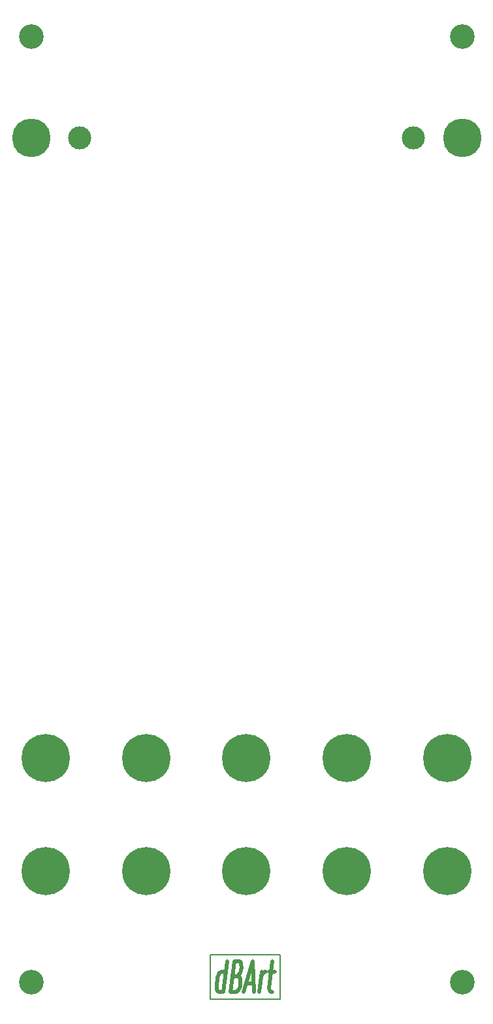
<source format=gts>
%TF.GenerationSoftware,KiCad,Pcbnew,(6.0.11-0)*%
%TF.CreationDate,2025-04-13T16:27:56+02:00*%
%TF.ProjectId,rings,72696e67-732e-46b6-9963-61645f706362,rev?*%
%TF.SameCoordinates,Original*%
%TF.FileFunction,Soldermask,Top*%
%TF.FilePolarity,Negative*%
%FSLAX46Y46*%
G04 Gerber Fmt 4.6, Leading zero omitted, Abs format (unit mm)*
G04 Created by KiCad (PCBNEW (6.0.11-0)) date 2025-04-13 16:27:56*
%MOMM*%
%LPD*%
G01*
G04 APERTURE LIST*
%ADD10C,0.200000*%
%ADD11C,0.500000*%
%ADD12C,6.250000*%
%ADD13C,3.000000*%
%ADD14C,5.000000*%
%ADD15C,3.200000*%
G04 APERTURE END LIST*
D10*
X-4675000Y-57725000D02*
X4400000Y-57725000D01*
X4400000Y-57725000D02*
X4400000Y-63400000D01*
X4400000Y-63400000D02*
X-4675000Y-63400000D01*
X-4675000Y-63400000D02*
X-4675000Y-57725000D01*
D11*
X-2997738Y-62534523D02*
X-2497738Y-58534523D01*
X-2973928Y-62344047D02*
X-3188214Y-62534523D01*
X-3569166Y-62534523D01*
X-3735833Y-62344047D01*
X-3807261Y-62153571D01*
X-3854880Y-61772619D01*
X-3712023Y-60629761D01*
X-3569166Y-60248809D01*
X-3450119Y-60058333D01*
X-3235833Y-59867857D01*
X-2854880Y-59867857D01*
X-2688214Y-60058333D01*
X-1116785Y-60439285D02*
X-854880Y-60629761D01*
X-783452Y-60820238D01*
X-735833Y-61201190D01*
X-807261Y-61772619D01*
X-950119Y-62153571D01*
X-1069166Y-62344047D01*
X-1283452Y-62534523D01*
X-2045357Y-62534523D01*
X-1545357Y-58534523D01*
X-878690Y-58534523D01*
X-712023Y-58725000D01*
X-640595Y-58915476D01*
X-592976Y-59296428D01*
X-640595Y-59677380D01*
X-783452Y-60058333D01*
X-902500Y-60248809D01*
X-1116785Y-60439285D01*
X-1783452Y-60439285D01*
X2261Y-61391666D02*
X954642Y-61391666D01*
X-331071Y-62534523D02*
X835595Y-58534523D01*
X1002261Y-62534523D01*
X1668928Y-62534523D02*
X2002261Y-59867857D01*
X1907023Y-60629761D02*
X2049880Y-60248809D01*
X2168928Y-60058333D01*
X2383214Y-59867857D01*
X2573690Y-59867857D01*
X2954642Y-59867857D02*
X3716547Y-59867857D01*
X3407023Y-58534523D02*
X2978452Y-61963095D01*
X3026071Y-62344047D01*
X3192738Y-62534523D01*
X3383214Y-62534523D01*
D12*
%TO.C,*%
X26036206Y-46833070D03*
%TD*%
%TO.C,*%
X-12971001Y-32231453D03*
%TD*%
%TO.C,*%
X26036206Y-32231453D03*
%TD*%
D13*
%TO.C,*%
X21634719Y48127039D03*
%TD*%
D14*
%TO.C,*%
X-27900002Y48127039D03*
%TD*%
D15*
%TO.C,*%
X27979999Y-61250000D03*
%TD*%
D12*
%TO.C,*%
X13032939Y-46833070D03*
%TD*%
D14*
%TO.C,*%
X27979999Y48127039D03*
%TD*%
D13*
%TO.C,*%
X-21573993Y48127039D03*
%TD*%
D15*
%TO.C,*%
X27979999Y61250000D03*
%TD*%
D12*
%TO.C,*%
X-25972723Y-46833070D03*
%TD*%
%TO.C,*%
X-25972723Y-32231453D03*
%TD*%
D15*
%TO.C,*%
X-27900002Y61250000D03*
%TD*%
%TO.C,*%
X-27900002Y-61250000D03*
%TD*%
D12*
%TO.C,*%
X29674Y-46833070D03*
%TD*%
%TO.C,*%
X13032939Y-32231453D03*
%TD*%
%TO.C,*%
X-12971001Y-46833070D03*
%TD*%
%TO.C,*%
X29674Y-32231453D03*
%TD*%
M02*

</source>
